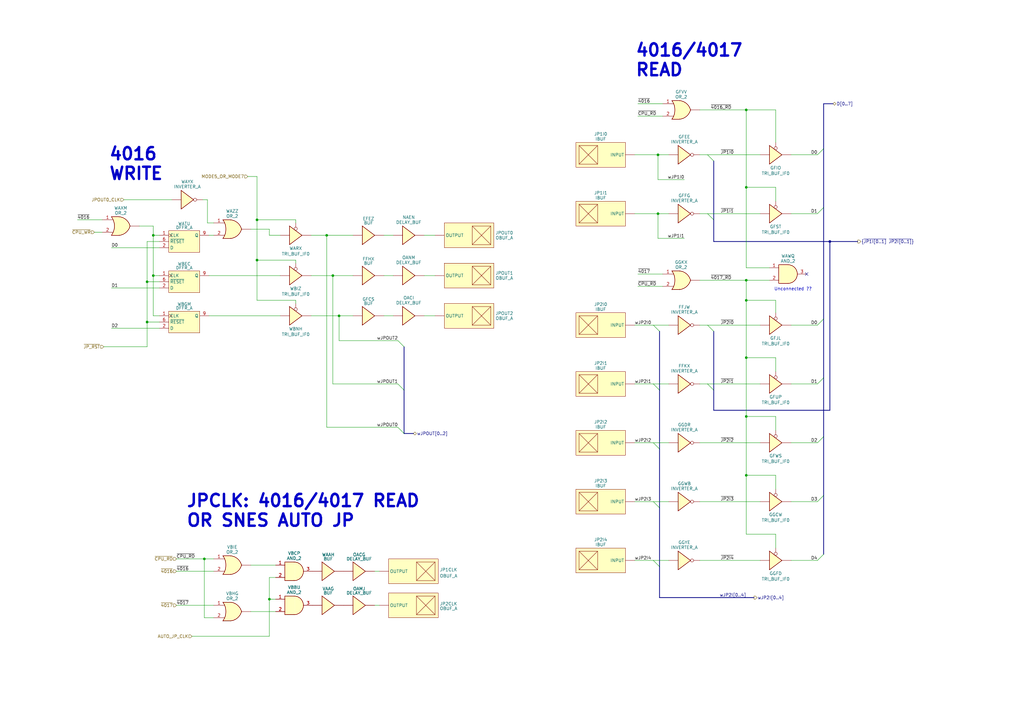
<source format=kicad_sch>
(kicad_sch (version 20231120) (generator "eeschema") (generator_version "8.0")
  (paper "A3")
  (title_block (title "Reverse Engineered SNES S-CPU Schematics ") (date "2024-12-24") (rev "0.2") (company "Author: Regis Galland"))
  (lib_symbols
    (symbol "Ricoh_Cells:AND_2" (pin_names hide)
      (property "Reference" "U" (at 0 5.08 0))
      (property "Value" "AND_2" (at 0 -5.08 0))
      (symbol "AND_2_1_1"
        (arc (start 0 -3.81) (mid 3.7825 0) (end 0 3.81) (stroke (width 0.254)) (fill (type background)))
        (polyline (pts (xy 0 3.81) (xy -3.81 3.81) (xy -3.81 -3.81) (xy 0 -3.81)) (stroke (width 0.254)) (fill (type background)))
        (pin input line (at -7.62 2.54 0) (length 3.81) (name "~") (number "1"))
        (pin input line (at -7.62 -2.54 0) (length 3.81) (name "~") (number "2"))
        (pin output line (at 7.62 0 180) (length 3.81) (name "~") (number "3"))
      )
    )
    (symbol "Ricoh_Cells:BUF" (pin_numbers hide) (pin_names hide)
      (property "Reference" "U" (at 0 5.08 0))
      (property "Value" "BUF" (at 0 -5.08 0))
      (symbol "BUF_1_0"
        (polyline (pts (xy -2.54 3.81) (xy -2.54 -3.81) (xy 2.54 0) (xy -2.54 3.81)) (stroke (width 0.254)) (fill (type background)))
        (pin input line (at -6.35 0 0) (length 3.81) (name "~") (number "1"))
        (pin output line (at 6.35 0 180) (length 3.81) (name "~") (number "2"))
      )
    )
    (symbol "Ricoh_Cells:DELAY_BUF" (pin_numbers hide) (pin_names hide)
      (property "Reference" "U" (at 0 6.8199 0))
      (property "Value" "DELAY_BUF" (at 0 5.08 0))
      (symbol "DELAY_BUF_1_0"
        (polyline (pts (xy -2.54 3.81) (xy -2.54 -3.81) (xy 2.54 0) (xy -2.54 3.81)) (stroke (width 0.254)) (fill (type background)))
        (pin input line (at -6.35 0 0) (length 3.81) (name "~") (number "1"))
        (pin output line (at 6.35 0 180) (length 3.81) (name "~") (number "2"))
      )
    )
    (symbol "Ricoh_Cells:DFFR_A"
      (property "Reference" "U" (at 0 5.715 0))
      (property "Value" "DFFR_A" (at 0 -5.715 0))
      (symbol "DFFR_A_0_1"
        (rectangle (start -6.35 4.445) (end 6.35 -4.445) (fill (type background)))
      )
      (symbol "DFFR_A_1_1"
        (pin input clock (at -10.16 2.54 0) (length 3.81) (name "CLK") (number "1"))
        (pin input line (at -10.16 -2.54 0) (length 3.81) (name "D") (number "2"))
        (pin input line (at -10.16 0 0) (length 3.81) (name "~{RESET}") (number "6"))
        (pin output line (at 10.16 2.54 180) (length 3.81) (name "Q") (number "9"))
      )
    )
    (symbol "Ricoh_Cells:IBUF" (pin_numbers hide)
      (property "Reference" "U" (at 0 6.35 0))
      (property "Value" "IBUF" (at 0 -6.35 0))
      (symbol "IBUF_0_1"
        (rectangle (start -10.16 5.08) (end 10.16 -5.08) (fill (type background)))
        (rectangle (start -8.89 3.81) (end -1.27 -3.81))
        (polyline (pts (xy -8.89 -3.81) (xy -1.27 3.81)))
        (polyline (pts (xy -1.27 -3.81) (xy -8.89 3.81)))
      )
      (symbol "IBUF_1_1"
        (pin output line (at 13.97 0 180) (length 3.81) (name "INPUT") (number "1"))
      )
    )
    (symbol "Ricoh_Cells:INVERTER_A" (pin_numbers hide) (pin_names hide)
      (property "Reference" "U" (at 0 5.08 0))
      (property "Value" "INVERTER_A" (at 0 -5.08 0))
      (symbol "INVERTER_A_1_0"
        (polyline (pts (xy -2.54 3.81) (xy -2.54 -3.81) (xy 2.54 0) (xy -2.54 3.81)) (stroke (width 0.254)) (fill (type background)))
        (pin input line (at -6.35 0 0) (length 3.81) (name "~") (number "1"))
        (pin output inverted (at 6.35 0 180) (length 3.81) (name "~") (number "2"))
      )
    )
    (symbol "Ricoh_Cells:OBUF_A" (pin_numbers hide)
      (property "Reference" "U" (at 0 6.35 0))
      (property "Value" "OBUF_A" (at 0 -6.35 0))
      (symbol "OBUF_A_0_1"
        (rectangle (start -10.16 5.08) (end 10.16 -5.08) (fill (type background)))
        (rectangle (start -8.89 3.81) (end -1.27 -3.81))
        (polyline (pts (xy -8.89 -3.81) (xy -1.27 3.81)))
        (polyline (pts (xy -1.27 -3.81) (xy -8.89 3.81)))
      )
      (symbol "OBUF_A_1_1"
        (pin input line (at 13.97 0 180) (length 3.81) (name "OUTPUT") (number "1"))
      )
    )
    (symbol "Ricoh_Cells:OR_2" (pin_names hide)
      (property "Reference" "U" (at 0 5.08 0))
      (property "Value" "OR_2" (at 0 -5.08 0))
      (symbol "OR_2_1_1"
        (arc (start -3.8102 -3.81) (mid -2.5892 0) (end -3.8102 3.81) (stroke (width 0.254)))
        (arc (start -0.6098 -3.81) (mid 2.1853 -2.584) (end 3.8098 0) (stroke (width 0.254)) (fill (type background)))
        (polyline (pts (xy -3.8102 -3.81) (xy -0.6352 -3.81)) (stroke (width 0.254)) (fill (type background)))
        (polyline (pts (xy -3.8102 3.81) (xy -0.6352 3.81)) (stroke (width 0.254)) (fill (type background)))
        (polyline (pts (xy -0.6352 3.81) (xy -3.8102 3.81) (xy -3.8102 3.81) (xy -3.5562 3.4036) (xy -3.0228 2.2606) (xy -2.6926 1.0414) (xy -2.6164 -0.254) (xy -2.7688 -1.4986) (xy -3.1752 -2.7178) (xy -3.8102 -3.81) (xy -3.8102 -3.81) (xy -0.6352 -3.81)) (stroke (width -25.4)) (fill (type background)))
        (arc (start 3.8098 0) (mid 2.1926 2.5925) (end -0.6098 3.81) (stroke (width 0.254)) (fill (type background)))
        (pin input line (at -7.62 2.54 0) (length 4.4) (name "~") (number "1"))
        (pin input line (at -7.62 -2.54 0) (length 4.4) (name "~") (number "2"))
        (pin output line (at 7.62 0 180) (length 3.81) (name "~") (number "3"))
      )
    )
    (symbol "Ricoh_Cells:TRI_BUF_IF0" (pin_numbers hide) (pin_names hide)
      (property "Reference" "U" (at 0 -5.08 0))
      (property "Value" "TRI_BUF_IF0" (at 0 -7.62 0))
      (symbol "TRI_BUF_IF0_1_0"
        (polyline (pts (xy -2.54 3.81) (xy -2.54 -3.81) (xy 2.54 0) (xy -2.54 3.81)) (stroke (width 0.254)) (fill (type background)))
        (pin input line (at -6.35 0 0) (length 3.81) (name "IN") (number "1"))
        (pin input line (at -6.35 0 0) (length 3.81) hide (name "IN") (number "3"))
        (pin tri_state line (at 6.35 0 180) (length 3.81) (name "~") (number "4"))
      )
      (symbol "TRI_BUF_IF0_1_1"
        (pin input inverted (at 0 5.08 270) (length 3) (name "~{ENA}") (number "2"))
      )
    )
  )
  (junction (at 139.065 129.54))
  (junction (at 269.875 87.63))
  (junction (at 306.07 114.935))
  (junction (at 136.525 113.03))
  (junction (at 306.07 170.815))
  (junction (at 340.36 99.06))
  (junction (at 83.82 229.235))
  (junction (at 306.07 146.685))
  (junction (at 306.07 194.945))
  (junction (at 60.325 115.57))
  (junction (at 110.49 245.745))
  (junction (at 306.07 45.085))
  (junction (at 306.07 76.835))
  (junction (at 105.41 106.68))
  (junction (at 105.41 90.17))
  (junction (at 269.875 63.5))
  (junction (at 60.325 132.08))
  (junction (at 133.985 96.52))
  (junction (at 62.865 96.52))
  (junction (at 62.865 113.03))
  (junction (at 306.07 123.19))
  (no_connect (at 330.835 112.395))
  (bus_entry (at 163.195 175.26) (size 2.54 2.54))
  (bus_entry (at 335.28 157.48) (size 2.54 -2.54))
  (bus_entry (at 335.28 63.5) (size 2.54 -2.54))
  (bus_entry (at 267.97 181.61) (size 2.54 2.54))
  (bus_entry (at 335.28 181.61) (size 2.54 -2.54))
  (bus_entry (at 267.97 157.48) (size 2.54 2.54))
  (bus_entry (at 335.28 133.35) (size 2.54 -2.54))
  (bus_entry (at 163.195 139.7) (size 2.54 2.54))
  (bus_entry (at 163.195 157.48) (size 2.54 2.54))
  (bus_entry (at 290.195 133.35) (size 2.54 2.54))
  (bus_entry (at 290.195 157.48) (size 2.54 2.54))
  (bus_entry (at 335.28 87.63) (size 2.54 -2.54))
  (bus_entry (at 267.97 205.74) (size 2.54 2.54))
  (bus_entry (at 290.195 87.63) (size 2.54 2.54))
  (bus_entry (at 335.28 229.87) (size 2.54 -2.54))
  (bus_entry (at 267.97 133.35) (size 2.54 2.54))
  (bus_entry (at 290.195 63.5) (size 2.54 2.54))
  (bus_entry (at 267.97 229.87) (size 2.54 2.54))
  (bus_entry (at 335.28 205.74) (size 2.54 -2.54))
  (wire (pts (xy 136.525 113.03) (xy 144.78 113.03)))
  (wire (pts (xy 133.985 96.52) (xy 144.78 96.52)))
  (wire (pts (xy 110.49 245.745) (xy 113.03 245.745)))
  (bus (pts (xy 270.51 208.28) (xy 270.51 232.41)))
  (wire (pts (xy 105.41 106.68) (xy 105.41 123.19)))
  (bus (pts (xy 337.82 179.07) (xy 337.82 203.2)))
  (wire (pts (xy 113.03 236.855) (xy 110.49 236.855)))
  (wire (pts (xy 45.72 101.6) (xy 65.405 101.6)))
  (wire (pts (xy 287.02 45.085) (xy 306.07 45.085)))
  (bus (pts (xy 165.735 160.02) (xy 165.735 177.8)))
  (bus (pts (xy 165.735 142.24) (xy 165.735 160.02)))
  (wire (pts (xy 287.02 114.935) (xy 306.07 114.935)))
  (wire (pts (xy 318.135 45.085) (xy 318.135 58.42)))
  (wire (pts (xy 121.285 123.19) (xy 121.285 124.46)))
  (wire (pts (xy 83.185 81.915) (xy 85.09 81.915)))
  (wire (pts (xy 324.485 63.5) (xy 335.28 63.5)))
  (wire (pts (xy 62.865 92.71) (xy 62.865 96.52)))
  (wire (pts (xy 105.41 90.17) (xy 121.285 90.17)))
  (wire (pts (xy 87.63 96.52) (xy 85.725 96.52)))
  (wire (pts (xy 139.065 139.7) (xy 163.195 139.7)))
  (wire (pts (xy 318.135 219.075) (xy 318.135 224.79)))
  (wire (pts (xy 324.485 229.87) (xy 335.28 229.87)))
  (wire (pts (xy 110.49 96.52) (xy 114.935 96.52)))
  (wire (pts (xy 105.41 72.39) (xy 105.41 90.17)))
  (bus (pts (xy 337.82 154.94) (xy 337.82 179.07)))
  (wire (pts (xy 139.065 129.54) (xy 139.065 139.7)))
  (wire (pts (xy 102.87 93.98) (xy 110.49 93.98)))
  (wire (pts (xy 324.485 181.61) (xy 335.28 181.61)))
  (wire (pts (xy 269.875 63.5) (xy 274.32 63.5)))
  (wire (pts (xy 287.02 181.61) (xy 311.785 181.61)))
  (wire (pts (xy 161.29 113.03) (xy 157.48 113.03)))
  (wire (pts (xy 85.725 113.03) (xy 114.935 113.03)))
  (wire (pts (xy 178.435 113.03) (xy 173.99 113.03)))
  (wire (pts (xy 260.35 229.87) (xy 267.97 229.87)))
  (wire (pts (xy 60.325 132.08) (xy 60.325 142.24)))
  (wire (pts (xy 318.135 123.19) (xy 318.135 128.27)))
  (wire (pts (xy 318.135 194.945) (xy 306.07 194.945)))
  (wire (pts (xy 57.15 92.71) (xy 62.865 92.71)))
  (bus (pts (xy 340.36 99.06) (xy 351.79 99.06)))
  (wire (pts (xy 178.435 129.54) (xy 173.99 129.54)))
  (wire (pts (xy 121.285 106.68) (xy 121.285 107.95)))
  (wire (pts (xy 260.35 157.48) (xy 267.97 157.48)))
  (wire (pts (xy 306.07 123.19) (xy 306.07 114.935)))
  (wire (pts (xy 65.405 132.08) (xy 60.325 132.08)))
  (bus (pts (xy 270.51 184.15) (xy 270.51 208.28)))
  (bus (pts (xy 292.735 160.02) (xy 292.735 168.275)))
  (wire (pts (xy 72.39 248.285) (xy 87.63 248.285)))
  (wire (pts (xy 78.74 260.985) (xy 110.49 260.985)))
  (bus (pts (xy 292.735 66.04) (xy 292.735 90.17)))
  (wire (pts (xy 290.195 87.63) (xy 311.785 87.63)))
  (wire (pts (xy 269.875 87.63) (xy 274.32 87.63)))
  (wire (pts (xy 62.865 129.54) (xy 62.865 113.03)))
  (bus (pts (xy 292.735 168.275) (xy 340.36 168.275)))
  (wire (pts (xy 269.875 73.66) (xy 269.875 63.5)))
  (wire (pts (xy 161.29 96.52) (xy 157.48 96.52)))
  (wire (pts (xy 153.67 234.315) (xy 155.575 234.315)))
  (bus (pts (xy 270.51 135.89) (xy 270.51 160.02)))
  (wire (pts (xy 87.63 229.235) (xy 83.82 229.235)))
  (wire (pts (xy 306.07 45.085) (xy 318.135 45.085)))
  (wire (pts (xy 105.41 123.19) (xy 121.285 123.19)))
  (wire (pts (xy 85.09 91.44) (xy 85.09 81.915)))
  (wire (pts (xy 121.285 90.17) (xy 121.285 91.44)))
  (wire (pts (xy 260.35 181.61) (xy 267.97 181.61)))
  (wire (pts (xy 267.97 229.87) (xy 274.32 229.87)))
  (wire (pts (xy 72.39 234.315) (xy 87.63 234.315)))
  (wire (pts (xy 287.02 63.5) (xy 290.195 63.5)))
  (bus (pts (xy 337.82 85.09) (xy 337.82 130.81)))
  (wire (pts (xy 324.485 133.35) (xy 335.28 133.35)))
  (wire (pts (xy 318.135 76.835) (xy 306.07 76.835)))
  (wire (pts (xy 260.35 63.5) (xy 269.875 63.5)))
  (wire (pts (xy 267.97 181.61) (xy 274.32 181.61)))
  (wire (pts (xy 105.41 90.17) (xy 105.41 106.68)))
  (wire (pts (xy 127.635 113.03) (xy 136.525 113.03)))
  (wire (pts (xy 287.02 157.48) (xy 290.195 157.48)))
  (bus (pts (xy 165.735 177.8) (xy 169.545 177.8)))
  (wire (pts (xy 110.49 236.855) (xy 110.49 245.745)))
  (wire (pts (xy 62.865 113.03) (xy 62.865 96.52)))
  (wire (pts (xy 306.07 194.945) (xy 306.07 170.815)))
  (wire (pts (xy 269.875 97.79) (xy 280.67 97.79)))
  (wire (pts (xy 50.8 81.915) (xy 70.485 81.915)))
  (bus (pts (xy 340.36 168.275) (xy 340.36 99.06)))
  (wire (pts (xy 324.485 157.48) (xy 335.28 157.48)))
  (bus (pts (xy 270.51 232.41) (xy 270.51 245.11)))
  (wire (pts (xy 72.39 229.235) (xy 83.82 229.235)))
  (wire (pts (xy 83.82 229.235) (xy 83.82 253.365)))
  (wire (pts (xy 260.35 133.35) (xy 267.97 133.35)))
  (wire (pts (xy 45.72 118.11) (xy 65.405 118.11)))
  (wire (pts (xy 290.195 63.5) (xy 311.785 63.5)))
  (wire (pts (xy 306.07 114.935) (xy 315.595 114.935)))
  (wire (pts (xy 269.875 97.79) (xy 269.875 87.63)))
  (wire (pts (xy 287.02 229.87) (xy 311.785 229.87)))
  (wire (pts (xy 306.07 146.685) (xy 306.07 123.19)))
  (wire (pts (xy 133.985 175.26) (xy 133.985 96.52)))
  (wire (pts (xy 287.02 87.63) (xy 290.195 87.63)))
  (wire (pts (xy 102.87 231.775) (xy 113.03 231.775)))
  (wire (pts (xy 110.49 245.745) (xy 110.49 260.985)))
  (wire (pts (xy 261.62 42.545) (xy 271.78 42.545)))
  (wire (pts (xy 261.62 112.395) (xy 271.78 112.395)))
  (wire (pts (xy 153.67 248.285) (xy 155.575 248.285)))
  (bus (pts (xy 337.82 60.96) (xy 337.82 85.09)))
  (wire (pts (xy 269.875 73.66) (xy 280.67 73.66)))
  (wire (pts (xy 42.545 142.24) (xy 60.325 142.24)))
  (wire (pts (xy 260.35 87.63) (xy 269.875 87.63)))
  (wire (pts (xy 267.97 205.74) (xy 274.32 205.74)))
  (wire (pts (xy 45.72 134.62) (xy 65.405 134.62)))
  (wire (pts (xy 306.07 123.19) (xy 318.135 123.19)))
  (wire (pts (xy 290.195 157.48) (xy 311.785 157.48)))
  (wire (pts (xy 324.485 87.63) (xy 335.28 87.63)))
  (wire (pts (xy 31.75 90.17) (xy 41.91 90.17)))
  (bus (pts (xy 292.735 135.89) (xy 292.735 160.02)))
  (wire (pts (xy 318.135 76.835) (xy 318.135 82.55)))
  (wire (pts (xy 127.635 96.52) (xy 133.985 96.52)))
  (wire (pts (xy 306.07 170.815) (xy 306.07 146.685)))
  (wire (pts (xy 315.595 109.855) (xy 306.07 109.855)))
  (wire (pts (xy 85.725 129.54) (xy 114.935 129.54)))
  (wire (pts (xy 318.135 170.815) (xy 318.135 176.53)))
  (wire (pts (xy 261.62 47.625) (xy 271.78 47.625)))
  (wire (pts (xy 87.63 91.44) (xy 85.09 91.44)))
  (bus (pts (xy 337.82 154.94) (xy 337.82 130.81)))
  (wire (pts (xy 60.325 99.06) (xy 60.325 115.57)))
  (wire (pts (xy 260.35 205.74) (xy 267.97 205.74)))
  (wire (pts (xy 38.735 95.25) (xy 41.91 95.25)))
  (wire (pts (xy 127.635 129.54) (xy 139.065 129.54)))
  (wire (pts (xy 65.405 129.54) (xy 62.865 129.54)))
  (bus (pts (xy 292.735 90.17) (xy 292.735 99.06)))
  (wire (pts (xy 161.29 129.54) (xy 157.48 129.54)))
  (wire (pts (xy 65.405 113.03) (xy 62.865 113.03)))
  (bus (pts (xy 270.51 245.11) (xy 309.245 245.11)))
  (bus (pts (xy 292.735 99.06) (xy 340.36 99.06)))
  (bus (pts (xy 341.63 42.545) (xy 337.82 42.545)))
  (bus (pts (xy 337.82 60.96) (xy 337.82 42.545)))
  (wire (pts (xy 306.07 219.075) (xy 306.07 194.945)))
  (wire (pts (xy 178.435 96.52) (xy 173.99 96.52)))
  (wire (pts (xy 105.41 106.68) (xy 121.285 106.68)))
  (wire (pts (xy 65.405 96.52) (xy 62.865 96.52)))
  (wire (pts (xy 105.41 72.39) (xy 101.6 72.39)))
  (wire (pts (xy 102.87 250.825) (xy 113.03 250.825)))
  (wire (pts (xy 136.525 157.48) (xy 163.195 157.48)))
  (wire (pts (xy 318.135 146.685) (xy 306.07 146.685)))
  (wire (pts (xy 267.97 157.48) (xy 274.32 157.48)))
  (wire (pts (xy 287.02 205.74) (xy 311.785 205.74)))
  (wire (pts (xy 133.985 175.26) (xy 163.195 175.26)))
  (bus (pts (xy 337.82 203.2) (xy 337.82 227.33)))
  (wire (pts (xy 65.405 99.06) (xy 60.325 99.06)))
  (wire (pts (xy 318.135 219.075) (xy 306.07 219.075)))
  (wire (pts (xy 139.065 129.54) (xy 144.78 129.54)))
  (wire (pts (xy 261.62 117.475) (xy 271.78 117.475)))
  (wire (pts (xy 83.82 253.365) (xy 87.63 253.365)))
  (wire (pts (xy 110.49 93.98) (xy 110.49 96.52)))
  (wire (pts (xy 60.325 132.08) (xy 60.325 115.57)))
  (wire (pts (xy 290.195 133.35) (xy 311.785 133.35)))
  (wire (pts (xy 136.525 113.03) (xy 136.525 157.48)))
  (wire (pts (xy 306.07 76.835) (xy 306.07 45.085)))
  (wire (pts (xy 306.07 170.815) (xy 318.135 170.815)))
  (wire (pts (xy 318.135 146.685) (xy 318.135 152.4)))
  (wire (pts (xy 267.97 133.35) (xy 274.32 133.35)))
  (wire (pts (xy 60.325 115.57) (xy 65.405 115.57)))
  (wire (pts (xy 324.485 205.74) (xy 335.28 205.74)))
  (bus (pts (xy 270.51 160.02) (xy 270.51 184.15)))
  (wire (pts (xy 306.07 76.835) (xy 306.07 109.855)))
  (wire (pts (xy 318.135 194.945) (xy 318.135 200.66)))
  (wire (pts (xy 287.02 133.35) (xy 290.195 133.35)))
  (text "JPCLK: 4016/4017 READ\nOR SNES AUTO JP\n" (at 76.2 216.535 0) (effects (font (size 5 5) (thickness 1) (bold yes)) (justify left bottom)))
  (text "Unconnected ??" (at 317.5 119.38 0) (effects (font (size 1.27 1.27)) (justify left bottom)))
  (text "4016\nWRITE\n" (at 44.45 74.295 0) (effects (font (size 5 5) (thickness 1) (bold yes)) (justify left bottom)))
  (text "4016/4017\nREAD\n" (at 260.35 31.75 0) (effects (font (size 5 5) (thickness 1) (bold yes)) (justify left bottom)))
  (label "wJP2I3" (at 260.35 205.74 0))
  (label "~{CPU_RD}" (at 72.39 229.235 0))
  (label "~{JP1I0}" (at 300.99 63.5 180))
  (label "D2" (at 45.72 134.62 0))
  (label "~{JP2I4}" (at 300.99 229.87 180))
  (label "wJP2I0" (at 260.35 133.35 0))
  (label "~{JP2I1}" (at 300.99 157.48 180))
  (label "~{JP2I0}" (at 300.99 133.35 180))
  (label "D2" (at 335.28 181.61 180))
  (label "D1" (at 45.72 118.11 0))
  (label "~{JP2I3}" (at 300.99 205.74 180))
  (label "D3" (at 335.28 205.74 180))
  (label "~{4016}" (at 31.75 90.17 0))
  (label "wJP2I1" (at 260.35 157.48 0))
  (label "D0" (at 335.28 63.5 180))
  (label "~{4016}" (at 72.39 234.315 0))
  (label "wJPOUT1" (at 163.195 157.48 180))
  (label "D1" (at 335.28 157.48 180))
  (label "~{4016_RD}" (at 291.465 45.085 0))
  (label "~{4017}" (at 261.62 112.395 0))
  (label "D0" (at 335.28 133.35 180))
  (label "wJP1I1" (at 280.67 97.79 180))
  (label "wJPOUT2" (at 163.195 139.7 180))
  (label "wJP2I4" (at 260.35 229.87 0))
  (label "~{4016}" (at 261.62 42.545 0))
  (label "~{JP1I1}" (at 300.99 87.63 180))
  (label "D4" (at 335.28 229.87 180))
  (label "~{CPU_RD}" (at 261.62 117.475 0))
  (label "wJP1I0" (at 280.67 73.66 180))
  (label "~{4017}" (at 72.39 248.285 0))
  (label "~{CPU_RD}" (at 261.62 47.625 0))
  (label "~{JP2I2}" (at 300.99 181.61 180))
  (label "D1" (at 335.28 87.63 180))
  (label "wJP2I2" (at 260.35 181.61 0))
  (label "wJP2I[0..4]" (at 306.07 245.11 180))
  (label "D0" (at 45.72 101.6 0))
  (label "~{4017_RD}" (at 291.465 114.935 0))
  (label "wJPOUT0" (at 163.195 175.26 180))
  (hierarchical_label "D[0..7]" (shape bidirectional) (at 341.63 42.545 0))
  (hierarchical_label "~{CPU_RD}" (shape input) (at 72.39 229.235 180))
  (hierarchical_label "JPOUT0_CLK" (shape input) (at 50.8 81.915 180))
  (hierarchical_label "wJPOUT[0..2]" (shape tri_state) (at 169.545 177.8 0))
  (hierarchical_label "MODE5_OR_MODE7" (shape input) (at 101.6 72.39 180))
  (hierarchical_label "~{4017}" (shape input) (at 72.39 248.285 180))
  (hierarchical_label "AUTO_JP_CLK" (shape input) (at 78.74 260.985 180))
  (hierarchical_label "{~{JP1I[0..1]} ~{JP2I[0..1]}}" (shape output) (at 351.79 99.06 0))
  (hierarchical_label "wJP2I[0..4]" (shape output) (at 309.245 245.11 0))
  (hierarchical_label "~{JP_RST}" (shape input) (at 42.545 142.24 180))
  (hierarchical_label "~{4016}" (shape input) (at 72.39 234.315 180))
  (hierarchical_label "~{CPU_WR}" (shape input) (at 38.735 95.25 180))
  (symbol (lib_id "Ricoh_Cells:BUF") (at 151.13 129.54 0) (unit 1)
    (property "Reference" "GFCS" (at 151.13 122.7201 0))
    (property "Value" "BUF" (at 151.13 124.46 0))
    (property "Description" "Simple buffer" (effects (hide yes)))
  )
  (symbol (lib_id "Ricoh_Cells:OBUF_A") (at 169.545 234.315 0) (mirror y) (unit 1)
    (property "Reference" "JP1CLK" (at 180.34 233.6713 0) (effects (justify right)))
    (property "Value" "OBUF_A" (at 180.34 236.2019 0) (effects (justify right)))
  )
  (symbol (lib_id "Ricoh_Cells:OBUF_A") (at 192.405 113.03 0) (mirror y) (unit 1)
    (property "Reference" "JPOUT1" (at 203.2 112.006 0) (effects (justify right)))
    (property "Value" "OBUF_A" (at 203.2 114.054 0) (effects (justify right)))
  )
  (symbol (lib_id "Ricoh_Cells:TRI_BUF_IF0") (at 318.135 133.35 0) (unit 1)
    (property "Reference" "GFJL" (at 318.135 138.692 0))
    (property "Value" "TRI_BUF_IF0" (at 318.135 140.97 0))
    (property "Datasheet" "http://iceboy.a-singer.de/doc/dmg_cells.html#tri_buf_if0" (effects (hide yes)))
    (property "Description" "Tri-state buffer with active-low enable input." (effects (hide yes)))
  )
  (symbol (lib_id "Ricoh_Cells:BUF") (at 151.13 113.03 0) (unit 1)
    (property "Reference" "FFHX" (at 151.13 106.2101 0))
    (property "Value" "BUF" (at 151.13 107.95 0))
    (property "Description" "Simple buffer" (effects (hide yes)))
  )
  (symbol (lib_id "Ricoh_Cells:INVERTER_A") (at 280.67 63.5 0) (unit 1)
    (property "Reference" "GFEE" (at 280.67 56.11 0))
    (property "Value" "INVERTER_A" (at 280.67 58.158 0))
    (property "Datasheet" "http://iceboy.a-singer.de/doc/dmg_cells.html#inv_a" (effects (hide yes)))
    (property "Description" "Simple inverter." (effects (hide yes)))
  )
  (symbol (lib_id "Ricoh_Cells:BUF") (at 134.62 248.285 0) (unit 1)
    (property "Reference" "VAAG" (at 134.62 241.4651 0))
    (property "Value" "BUF" (at 134.62 243.205 0))
    (property "Description" "Simple buffer" (effects (hide yes)))
  )
  (symbol (lib_id "Ricoh_Cells:IBUF") (at 246.38 87.63 0) (unit 1)
    (property "Reference" "JP1I1" (at 246.38 79.097 0))
    (property "Value" "IBUF" (at 246.38 81.145 0))
  )
  (symbol (lib_id "Ricoh_Cells:OR_2") (at 49.53 92.71 0) (unit 1)
    (property "Reference" "WAXM" (at 49.5298 85.32 0))
    (property "Value" "OR_2" (at 49.5298 87.368 0))
    (property "Datasheet" "http://iceboy.a-singer.de/doc/dmg_cells.html#or2" (effects (hide yes)))
    (property "Description" "OR gate with two inputs." (effects (hide yes)))
  )
  (symbol (lib_id "Ricoh_Cells:DELAY_BUF") (at 167.64 113.03 0) (unit 1)
    (property "Reference" "OANM" (at 167.64 105.64 0))
    (property "Value" "DELAY_BUF" (at 167.64 107.688 0))
    (property "Description" "Simple non-inverting buffer" (effects (hide yes)))
  )
  (symbol (lib_id "Ricoh_Cells:OR_2") (at 279.4 114.935 0) (unit 1)
    (property "Reference" "GGKX" (at 279.3998 107.545 0))
    (property "Value" "OR_2" (at 279.3998 109.593 0))
    (property "Datasheet" "http://iceboy.a-singer.de/doc/dmg_cells.html#or2" (effects (hide yes)))
    (property "Description" "OR gate with two inputs." (effects (hide yes)))
  )
  (symbol (lib_id "Ricoh_Cells:TRI_BUF_IF0") (at 318.135 157.48 0) (unit 1)
    (property "Reference" "GFUP" (at 318.135 162.822 0))
    (property "Value" "TRI_BUF_IF0" (at 318.135 165.1 0))
    (property "Datasheet" "http://iceboy.a-singer.de/doc/dmg_cells.html#tri_buf_if0" (effects (hide yes)))
    (property "Description" "Tri-state buffer with active-low enable input." (effects (hide yes)))
  )
  (symbol (lib_id "Ricoh_Cells:BUF") (at 151.13 96.52 0) (unit 1)
    (property "Reference" "EFEZ" (at 151.13 89.7001 0))
    (property "Value" "BUF" (at 151.13 91.44 0))
    (property "Description" "Simple buffer" (effects (hide yes)))
  )
  (symbol (lib_id "Ricoh_Cells:IBUF") (at 246.38 157.48 0) (unit 1)
    (property "Reference" "JP2I1" (at 246.38 148.947 0))
    (property "Value" "IBUF" (at 246.38 150.995 0))
  )
  (symbol (lib_id "Ricoh_Cells:DELAY_BUF") (at 167.64 129.54 0) (unit 1)
    (property "Reference" "OACI" (at 167.64 122.15 0))
    (property "Value" "DELAY_BUF" (at 167.64 124.198 0))
    (property "Description" "Simple non-inverting buffer" (effects (hide yes)))
  )
  (symbol (lib_id "Ricoh_Cells:OR_2") (at 95.25 93.98 0) (unit 1)
    (property "Reference" "WAZZ" (at 95.2498 86.59 0))
    (property "Value" "OR_2" (at 95.2498 88.638 0))
    (property "Datasheet" "http://iceboy.a-singer.de/doc/dmg_cells.html#or2" (effects (hide yes)))
    (property "Description" "OR gate with two inputs." (effects (hide yes)))
  )
  (symbol (lib_id "Ricoh_Cells:TRI_BUF_IF0") (at 318.135 87.63 0) (unit 1)
    (property "Reference" "GFST" (at 318.135 92.972 0))
    (property "Value" "TRI_BUF_IF0" (at 318.135 95.25 0))
    (property "Datasheet" "http://iceboy.a-singer.de/doc/dmg_cells.html#tri_buf_if0" (effects (hide yes)))
    (property "Description" "Tri-state buffer with active-low enable input." (effects (hide yes)))
  )
  (symbol (lib_id "Ricoh_Cells:IBUF") (at 246.38 133.35 0) (unit 1)
    (property "Reference" "JP2I0" (at 246.38 124.817 0))
    (property "Value" "IBUF" (at 246.38 126.865 0))
  )
  (symbol (lib_id "Ricoh_Cells:OBUF_A") (at 192.405 96.52 0) (mirror y) (unit 1)
    (property "Reference" "JPOUT0" (at 203.2 95.496 0) (effects (justify right)))
    (property "Value" "OBUF_A" (at 203.2 97.544 0) (effects (justify right)))
  )
  (symbol (lib_id "Ricoh_Cells:INVERTER_A") (at 280.67 133.35 0) (unit 1)
    (property "Reference" "FFJW" (at 280.67 125.96 0))
    (property "Value" "INVERTER_A" (at 280.67 128.008 0))
    (property "Datasheet" "http://iceboy.a-singer.de/doc/dmg_cells.html#inv_a" (effects (hide yes)))
    (property "Description" "Simple inverter." (effects (hide yes)))
  )
  (symbol (lib_id "Ricoh_Cells:TRI_BUF_IF0") (at 121.285 113.03 0) (unit 1)
    (property "Reference" "WBIZ" (at 121.285 118.372 0))
    (property "Value" "TRI_BUF_IF0" (at 121.285 120.65 0))
    (property "Datasheet" "http://iceboy.a-singer.de/doc/dmg_cells.html#tri_buf_if0" (effects (hide yes)))
    (property "Description" "Tri-state buffer with active-low enable input." (effects (hide yes)))
  )
  (symbol (lib_id "Ricoh_Cells:IBUF") (at 246.38 181.61 0) (unit 1)
    (property "Reference" "JP2I2" (at 246.38 173.077 0))
    (property "Value" "IBUF" (at 246.38 175.125 0))
  )
  (symbol (lib_id "Ricoh_Cells:TRI_BUF_IF0") (at 121.285 96.52 0) (unit 1)
    (property "Reference" "WARX" (at 121.285 101.862 0))
    (property "Value" "TRI_BUF_IF0" (at 121.285 104.14 0))
    (property "Datasheet" "http://iceboy.a-singer.de/doc/dmg_cells.html#tri_buf_if0" (effects (hide yes)))
    (property "Description" "Tri-state buffer with active-low enable input." (effects (hide yes)))
  )
  (symbol (lib_id "Ricoh_Cells:DELAY_BUF") (at 147.32 234.315 0) (unit 1)
    (property "Reference" "OACG" (at 147.32 227.4951 0))
    (property "Value" "DELAY_BUF" (at 147.32 229.235 0))
    (property "Datasheet" "http://www.ti.com/lit/ds/symlink/cd4010b-q1.pdf" (effects (hide yes)))
    (property "Description" "Simple non-inverting buffer" (effects (hide yes)))
  )
  (symbol (lib_id "Ricoh_Cells:AND_2") (at 120.65 248.285 0) (unit 1)
    (property "Reference" "VBBU" (at 120.6362 240.895 0))
    (property "Value" "AND_2" (at 120.6362 242.943 0))
    (property "Datasheet" "http://iceboy.a-singer.de/doc/dmg_cells.html#and2" (effects (hide yes)))
    (property "Description" "AND gate with two inputs." (effects (hide yes)))
  )
  (symbol (lib_id "Ricoh_Cells:OR_2") (at 95.25 231.775 0) (unit 1)
    (property "Reference" "VBIE" (at 95.2498 224.385 0))
    (property "Value" "OR_2" (at 95.2498 226.433 0))
    (property "Datasheet" "http://iceboy.a-singer.de/doc/dmg_cells.html#or2" (effects (hide yes)))
    (property "Description" "OR gate with two inputs." (effects (hide yes)))
  )
  (symbol (lib_id "Ricoh_Cells:TRI_BUF_IF0") (at 318.135 63.5 0) (unit 1)
    (property "Reference" "GFIO" (at 318.135 68.842 0))
    (property "Value" "TRI_BUF_IF0" (at 318.135 71.12 0))
    (property "Datasheet" "http://iceboy.a-singer.de/doc/dmg_cells.html#tri_buf_if0" (effects (hide yes)))
    (property "Description" "Tri-state buffer with active-low enable input." (effects (hide yes)))
  )
  (symbol (lib_id "Ricoh_Cells:OBUF_A") (at 169.545 248.285 0) (mirror y) (unit 1)
    (property "Reference" "JP2CLK" (at 180.34 247.6413 0) (effects (justify right)))
    (property "Value" "OBUF_A" (at 180.34 249.5623 0) (effects (justify right)))
  )
  (symbol (lib_id "Ricoh_Cells:DFFR_A") (at 75.565 115.57 0) (unit 1)
    (property "Reference" "WBEC" (at 75.565 108.2421 0))
    (property "Value" "DFFR_A" (at 75.565 109.855 0))
    (property "Datasheet" "http://iceboy.a-singer.de/doc/dmg_cells.html#dffr_a" (effects (hide yes)))
  )
  (symbol (lib_id "Ricoh_Cells:INVERTER_A") (at 280.67 229.87 0) (unit 1)
    (property "Reference" "GGYE" (at 280.67 222.48 0))
    (property "Value" "INVERTER_A" (at 280.67 224.528 0))
    (property "Datasheet" "http://iceboy.a-singer.de/doc/dmg_cells.html#inv_a" (effects (hide yes)))
    (property "Description" "Simple inverter." (effects (hide yes)))
  )
  (symbol (lib_id "Ricoh_Cells:DFFR_A") (at 75.565 132.08 0) (unit 1)
    (property "Reference" "WBGM" (at 75.565 124.7521 0))
    (property "Value" "DFFR_A" (at 75.565 126.365 0))
    (property "Datasheet" "http://iceboy.a-singer.de/doc/dmg_cells.html#dffr_a" (effects (hide yes)))
  )
  (symbol (lib_id "Ricoh_Cells:OR_2") (at 95.25 250.825 0) (unit 1)
    (property "Reference" "VBHG" (at 95.2498 243.435 0))
    (property "Value" "OR_2" (at 95.2498 245.483 0))
    (property "Datasheet" "http://iceboy.a-singer.de/doc/dmg_cells.html#or2" (effects (hide yes)))
    (property "Description" "OR gate with two inputs." (effects (hide yes)))
  )
  (symbol (lib_id "Ricoh_Cells:INVERTER_A") (at 280.67 181.61 0) (unit 1)
    (property "Reference" "GGDR" (at 280.67 174.22 0))
    (property "Value" "INVERTER_A" (at 280.67 176.268 0))
    (property "Datasheet" "http://iceboy.a-singer.de/doc/dmg_cells.html#inv_a" (effects (hide yes)))
    (property "Description" "Simple inverter." (effects (hide yes)))
  )
  (symbol (lib_id "Ricoh_Cells:INVERTER_A") (at 280.67 157.48 0) (unit 1)
    (property "Reference" "FFKX" (at 280.67 150.09 0))
    (property "Value" "INVERTER_A" (at 280.67 152.138 0))
    (property "Datasheet" "http://iceboy.a-singer.de/doc/dmg_cells.html#inv_a" (effects (hide yes)))
    (property "Description" "Simple inverter." (effects (hide yes)))
  )
  (symbol (lib_id "Ricoh_Cells:INVERTER_A") (at 280.67 87.63 0) (unit 1)
    (property "Reference" "GFFG" (at 280.67 80.24 0))
    (property "Value" "INVERTER_A" (at 280.67 82.288 0))
    (property "Datasheet" "http://iceboy.a-singer.de/doc/dmg_cells.html#inv_a" (effects (hide yes)))
    (property "Description" "Simple inverter." (effects (hide yes)))
  )
  (symbol (lib_id "Ricoh_Cells:DELAY_BUF") (at 147.32 248.285 0) (unit 1)
    (property "Reference" "OAMJ" (at 147.32 241.4651 0))
    (property "Value" "DELAY_BUF" (at 147.32 243.205 0))
    (property "Datasheet" "http://www.ti.com/lit/ds/symlink/cd4010b-q1.pdf" (effects (hide yes)))
    (property "Description" "Simple non-inverting buffer" (effects (hide yes)))
  )
  (symbol (lib_id "Ricoh_Cells:TRI_BUF_IF0") (at 318.135 181.61 0) (unit 1)
    (property "Reference" "GFWS" (at 318.135 186.952 0))
    (property "Value" "TRI_BUF_IF0" (at 318.135 189.23 0))
    (property "Datasheet" "http://iceboy.a-singer.de/doc/dmg_cells.html#tri_buf_if0" (effects (hide yes)))
    (property "Description" "Tri-state buffer with active-low enable input." (effects (hide yes)))
  )
  (symbol (lib_id "Ricoh_Cells:OR_2") (at 279.4 45.085 0) (unit 1)
    (property "Reference" "GFVV" (at 279.3998 37.695 0))
    (property "Value" "OR_2" (at 279.3998 39.743 0))
    (property "Datasheet" "http://iceboy.a-singer.de/doc/dmg_cells.html#or2" (effects (hide yes)))
    (property "Description" "OR gate with two inputs." (effects (hide yes)))
  )
  (symbol (lib_id "Ricoh_Cells:DFFR_A") (at 75.565 99.06 0) (unit 1)
    (property "Reference" "WATU" (at 75.565 91.7321 0))
    (property "Value" "DFFR_A" (at 75.565 93.345 0))
    (property "Datasheet" "http://iceboy.a-singer.de/doc/dmg_cells.html#dffr_a" (effects (hide yes)))
  )
  (symbol (lib_id "Ricoh_Cells:DELAY_BUF") (at 167.64 96.52 0) (unit 1)
    (property "Reference" "NAEN" (at 167.64 89.13 0))
    (property "Value" "DELAY_BUF" (at 167.64 91.178 0))
    (property "Description" "Simple non-inverting buffer" (effects (hide yes)))
  )
  (symbol (lib_id "Ricoh_Cells:TRI_BUF_IF0") (at 318.135 229.87 0) (unit 1)
    (property "Reference" "GGFD" (at 318.135 235.212 0))
    (property "Value" "TRI_BUF_IF0" (at 318.135 237.49 0))
    (property "Datasheet" "http://iceboy.a-singer.de/doc/dmg_cells.html#tri_buf_if0" (effects (hide yes)))
    (property "Description" "Tri-state buffer with active-low enable input." (effects (hide yes)))
  )
  (symbol (lib_id "Ricoh_Cells:TRI_BUF_IF0") (at 121.285 129.54 0) (unit 1)
    (property "Reference" "WBNH" (at 121.285 134.882 0))
    (property "Value" "TRI_BUF_IF0" (at 121.285 137.16 0))
    (property "Datasheet" "http://iceboy.a-singer.de/doc/dmg_cells.html#tri_buf_if0" (effects (hide yes)))
    (property "Description" "Tri-state buffer with active-low enable input." (effects (hide yes)))
  )
  (symbol (lib_id "Ricoh_Cells:IBUF") (at 246.38 229.87 0) (unit 1)
    (property "Reference" "JP2I4" (at 246.38 221.337 0))
    (property "Value" "IBUF" (at 246.38 223.385 0))
  )
  (symbol (lib_id "Ricoh_Cells:INVERTER_A") (at 76.835 81.915 0) (unit 1)
    (property "Reference" "WAYX" (at 76.835 74.525 0))
    (property "Value" "INVERTER_A" (at 76.835 76.573 0))
    (property "Datasheet" "http://iceboy.a-singer.de/doc/dmg_cells.html#inv_a" (effects (hide yes)))
    (property "Description" "Simple inverter." (effects (hide yes)))
  )
  (symbol (lib_id "Ricoh_Cells:BUF") (at 134.62 234.315 0) (unit 1)
    (property "Reference" "WAAH" (at 134.62 227.4951 0))
    (property "Value" "BUF" (at 134.62 229.235 0))
    (property "Description" "Simple buffer" (effects (hide yes)))
  )
  (symbol (lib_id "Ricoh_Cells:IBUF") (at 246.38 63.5 0) (unit 1)
    (property "Reference" "JP1I0" (at 246.38 54.967 0))
    (property "Value" "IBUF" (at 246.38 57.015 0))
  )
  (symbol (lib_id "Ricoh_Cells:OBUF_A") (at 192.405 129.54 0) (mirror y) (unit 1)
    (property "Reference" "JPOUT2" (at 203.2 128.516 0) (effects (justify right)))
    (property "Value" "OBUF_A" (at 203.2 130.564 0) (effects (justify right)))
  )
  (symbol (lib_id "Ricoh_Cells:TRI_BUF_IF0") (at 318.135 205.74 0) (unit 1)
    (property "Reference" "GGCW" (at 318.135 211.082 0))
    (property "Value" "TRI_BUF_IF0" (at 318.135 213.36 0))
    (property "Datasheet" "http://iceboy.a-singer.de/doc/dmg_cells.html#tri_buf_if0" (effects (hide yes)))
    (property "Description" "Tri-state buffer with active-low enable input." (effects (hide yes)))
  )
  (symbol (lib_id "Ricoh_Cells:AND_2") (at 120.65 234.315 0) (unit 1)
    (property "Reference" "VBCP" (at 120.6362 226.925 0))
    (property "Value" "AND_2" (at 120.6362 228.973 0))
    (property "Datasheet" "http://iceboy.a-singer.de/doc/dmg_cells.html#and2" (effects (hide yes)))
    (property "Description" "AND gate with two inputs." (effects (hide yes)))
  )
  (symbol (lib_id "Ricoh_Cells:AND_2") (at 323.215 112.395 0) (unit 1)
    (property "Reference" "WAWQ" (at 323.2012 105.005 0))
    (property "Value" "AND_2" (at 323.2012 107.053 0))
    (property "Datasheet" "http://iceboy.a-singer.de/doc/dmg_cells.html#and2" (effects (hide yes)))
    (property "Description" "AND gate with two inputs." (effects (hide yes)))
  )
  (symbol (lib_id "Ricoh_Cells:IBUF") (at 246.38 205.74 0) (unit 1)
    (property "Reference" "JP2I3" (at 246.38 197.207 0))
    (property "Value" "IBUF" (at 246.38 199.255 0))
  )
  (symbol (lib_id "Ricoh_Cells:INVERTER_A") (at 280.67 205.74 0) (unit 1)
    (property "Reference" "GGWB" (at 280.67 198.35 0))
    (property "Value" "INVERTER_A" (at 280.67 200.398 0))
    (property "Datasheet" "http://iceboy.a-singer.de/doc/dmg_cells.html#inv_a" (effects (hide yes)))
    (property "Description" "Simple inverter." (effects (hide yes)))
  )
)
</source>
